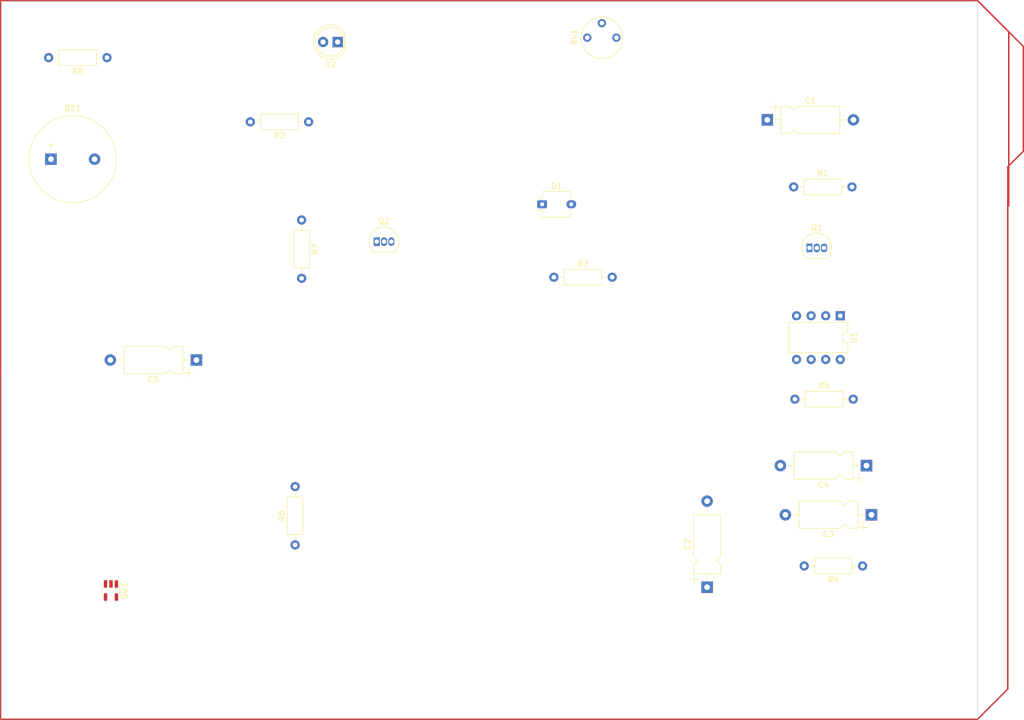
<source format=kicad_pcb>
(kicad_pcb (version 20211014) (generator pcbnew)
  (title_block (title "gammaray2usb") (date "2021-12-27") (rev "0.2x") (company "Fort Sand, Inc."))
  (layers (0 "F.Cu" signal) (31 "B.Cu" signal) (34 "B.Paste" user) (35 "F.Paste" user) (36 "B.SilkS" user "B.Silkscreen") (37 "F.SilkS" user "F.Silkscreen") (38 "B.Mask" user) (39 "F.Mask" user) (44 "Edge.Cuts" user))
  (net 0 "")
  (net 1 "Net-(BZ1-Pad1)")
  (net 2 "GND")
  (net 3 "Net-(C1-Pad1)")
  (net 4 "Net-(C2-Pad1)")
  (net 5 "+9V")
  (net 6 "Net-(C4-Pad1)")
  (net 7 "Net-(C5-Pad1)")
  (net 8 "Net-(D1-Pad2)")
  (net 9 "Net-(D2-Pad2)")
  (net 10 "Net-(Q1-Pad3)")
  (net 11 "Net-(Q2-Pad1)")
  (net 12 "Net-(R5-Pad1)")
  (net 13 "Net-(R6-Pad2)")
  (net 14 "Net-(R7-Pad1)")
  (net 15 "GNDREF")
  (footprint "Resistor_THT:R_Axial_DIN0207_L6.3mm_D2.5mm_P10.16mm_Horizontal" (layer "F.Cu") (at 123.51242 55.992221 180)
    (fp_text reference "R2" (at 5.08 -2.37) (layer "F.SilkS"))
    (fp_text value "1.5M")
    (fp_line (start 1.81 1.37) (end 8.35 1.37) (layer "F.SilkS") (width 0.12))
    (fp_line (start 1.04 0) (end 1.81 0) (layer "F.SilkS") (width 0.12))
    (fp_line (start 1.81 -1.37) (end 1.81 1.37) (layer "F.SilkS") (width 0.12))
    (fp_line (start 9.12 0) (end 8.35 0) (layer "F.SilkS") (width 0.12))
    (fp_line (start 8.35 1.37) (end 8.35 -1.37) (layer "F.SilkS") (width 0.12))
    (fp_line (start 8.35 -1.37) (end 1.81 -1.37) (layer "F.SilkS") (width 0.12))
    (pad "1" thru_hole circle locked (at 0 0 180) (size 1.6 1.6) (drill 0.8) (layers *.Cu *.Mask) (net 3 "Net-(C1-Pad1)"))
    (pad "2" thru_hole oval locked (at 10.16 0 180) (size 1.6 1.6) (drill 0.8) (layers *.Cu *.Mask) (net 11 "Net-(Q2-Pad1)"))
  )
  (footprint "Package_DIP:DIP-8_W7.62mm" (layer "F.Cu") (at 216.12822 89.794163 -90)
    (fp_text reference "U1" (at 3.81 -2.33 90) (layer "F.SilkS"))
    (fp_text value "LM358")
    (fp_line (start 2.81 -1.33) (end 1.16 -1.33) (layer "F.SilkS") (width 0.12))
    (fp_line (start 6.46 8.95) (end 6.46 -1.33) (layer "F.SilkS") (width 0.12))
    (fp_line (start 6.46 -1.33) (end 4.81 -1.33) (layer "F.SilkS") (width 0.12))
    (fp_line (start 1.16 8.95) (end 6.46 8.95) (layer "F.SilkS") (width 0.12))
    (fp_line (start 1.16 -1.33) (end 1.16 8.95) (layer "F.SilkS") (width 0.12))
    (fp_arc (start 4.81 -1.33) (mid 3.81 -0.33) (end 2.81 -1.33) (layer "F.SilkS") (width 0.12))
    (pad "1" thru_hole rect locked (at 0 0 270) (size 1.6 1.6) (drill 0.8) (layers *.Cu *.Mask) (net 13 "Net-(R6-Pad2)"))
    (pad "2" thru_hole oval locked (at 0 2.54 270) (size 1.6 1.6) (drill 0.8) (layers *.Cu *.Mask) (net 12 "Net-(R5-Pad1)"))
    (pad "3" thru_hole oval locked (at 0 5.08 270) (size 1.6 1.6) (drill 0.8) (layers *.Cu *.Mask) (net 10 "Net-(Q1-Pad3)"))
    (pad "4" thru_hole oval locked (at 0 7.62 270) (size 1.6 1.6) (drill 0.8) (layers *.Cu *.Mask))
    (pad "5" thru_hole oval locked (at 7.62 7.62 270) (size 1.6 1.6) (drill 0.8) (layers *.Cu *.Mask))
    (pad "6" thru_hole oval locked (at 7.62 5.08 270) (size 1.6 1.6) (drill 0.8) (layers *.Cu *.Mask))
    (pad "7" thru_hole oval locked (at 7.62 2.54 270) (size 1.6 1.6) (drill 0.8) (layers *.Cu *.Mask))
    (pad "8" thru_hole oval locked (at 7.62 0 270) (size 1.6 1.6) (drill 0.8) (layers *.Cu *.Mask))
  )
  (footprint "Capacitor_THT:CP_Axial_L10.0mm_D4.5mm_P15.00mm_Horizontal" (layer "F.Cu") (at 192.933041 137.114657 90)
    (fp_text reference "C2" (at 7.5 -3.37 90) (layer "F.SilkS"))
    (fp_text value "100 uF")
    (fp_line (start 2.38 2.37) (end 3.88 2.37) (layer "F.SilkS") (width 0.12))
    (fp_line (start 5.38 -2.37) (end 12.62 -2.37) (layer "F.SilkS") (width 0.12))
    (fp_line (start 1.24 0) (end 2.38 0) (layer "F.SilkS") (width 0.12))
    (fp_line (start 0.63 -2.2) (end 2.13 -2.2) (layer "F.SilkS") (width 0.12))
    (fp_line (start 1.38 -2.95) (end 1.38 -1.45) (layer "F.SilkS") (width 0.12))
    (fp_line (start 2.38 -2.37) (end 3.88 -2.37) (layer "F.SilkS") (width 0.12))
    (fp_line (start 4.63 1.62) (end 5.38 2.37) (layer "F.SilkS") (width 0.12))
    (fp_line (start 3.88 -2.37) (end 4.63 -1.62) (layer "F.SilkS") (width 0.12))
    (fp_line (start 4.63 -1.62) (end 5.38 -2.37) (layer "F.SilkS") (width 0.12))
    (fp_line (start 12.62 -2.37) (end 12.62 2.37) (layer "F.SilkS") (width 0.12))
    (fp_line (start 13.76 0) (end 12.62 0) (layer "F.SilkS") (width 0.12))
    (fp_line (start 2.38 -2.37) (end 2.38 2.37) (layer "F.SilkS") (width 0.12))
    (fp_line (start 3.88 2.37) (end 4.63 1.62) (layer "F.SilkS") (width 0.12))
    (fp_line (start 5.38 2.37) (end 12.62 2.37) (layer "F.SilkS") (width 0.12))
    (pad "1" thru_hole rect locked (at 0 0 90) (size 2 2) (drill 1) (layers *.Cu *.Mask) (net 4 "Net-(C2-Pad1)"))
    (pad "2" thru_hole oval locked (at 15 0 90) (size 2 2) (drill 1) (layers *.Cu *.Mask) (net 2 "GND"))
  )
  (footprint "Resistor_THT:R_Axial_DIN0207_L6.3mm_D2.5mm_P10.16mm_Horizontal" (layer "F.Cu") (at 208.224679 104.335214)
    (fp_text reference "R5" (at 5.08 -2.37) (layer "F.SilkS"))
    (fp_text value "1k")
    (fp_line (start 1.81 -1.37) (end 1.81 1.37) (layer "F.SilkS") (width 0.12))
    (fp_line (start 8.35 1.37) (end 8.35 -1.37) (layer "F.SilkS") (width 0.12))
    (fp_line (start 9.12 0) (end 8.35 0) (layer "F.SilkS") (width 0.12))
    (fp_line (start 1.81 1.37) (end 8.35 1.37) (layer "F.SilkS") (width 0.12))
    (fp_line (start 1.04 0) (end 1.81 0) (layer "F.SilkS") (width 0.12))
    (fp_line (start 8.35 -1.37) (end 1.81 -1.37) (layer "F.SilkS") (width 0.12))
    (pad "1" thru_hole circle locked (at 0 0) (size 1.6 1.6) (drill 0.8) (layers *.Cu *.Mask) (net 12 "Net-(R5-Pad1)"))
    (pad "2" thru_hole oval locked (at 10.16 0) (size 1.6 1.6) (drill 0.8) (layers *.Cu *.Mask) (net 6 "Net-(C4-Pad1)"))
  )
  (footprint "Package_TO_SOT_THT:TO-92_Inline" (layer "F.Cu") (at 210.764679 77.970816)
    (fp_text reference "Q1" (at 1.27 -3.56) (layer "F.SilkS"))
    (fp_text value "2N7000")
    (fp_line (start -0.53 1.85) (end 3.07 1.85) (layer "F.SilkS") (width 0.12))
    (fp_arc (start 1.27 -2.6) (mid 3.672087 -0.994977) (end 3.108478 1.838478) (layer "F.SilkS") (width 0.12))
    (fp_arc (start -0.568478 1.838478) (mid -1.132087 -0.994977) (end 1.27 -2.6) (layer "F.SilkS") (width 0.12))
    (pad "1" thru_hole rect locked (at 0 0) (size 1.05 1.5) (drill 0.75) (layers *.Cu *.Mask) (net 2 "GND"))
    (pad "2" thru_hole oval locked (at 1.27 0) (size 1.05 1.5) (drill 0.75) (layers *.Cu *.Mask) (net 8 "Net-(D1-Pad2)"))
    (pad "3" thru_hole oval locked (at 2.54 0) (size 1.05 1.5) (drill 0.75) (layers *.Cu *.Mask) (net 10 "Net-(Q1-Pad3)"))
  )
  (footprint "Resistor_THT:R_Axial_DIN0207_L6.3mm_D2.5mm_P10.16mm_Horizontal" (layer "F.Cu") (at 208.007688 67.338261)
    (fp_text reference "R1" (at 5.08 -2.37) (layer "F.SilkS"))
    (fp_text value "10M")
    (fp_line (start 1.81 -1.37) (end 1.81 1.37) (layer "F.SilkS") (width 0.12))
    (fp_line (start 8.35 -1.37) (end 1.81 -1.37) (layer "F.SilkS") (width 0.12))
    (fp_line (start 1.81 1.37) (end 8.35 1.37) (layer "F.SilkS") (width 0.12))
    (fp_line (start 1.04 0) (end 1.81 0) (layer "F.SilkS") (width 0.12))
    (fp_line (start 9.12 0) (end 8.35 0) (layer "F.SilkS") (width 0.12))
    (fp_line (start 8.35 1.37) (end 8.35 -1.37) (layer "F.SilkS") (width 0.12))
    (pad "1" thru_hole circle locked (at 0 0) (size 1.6 1.6) (drill 0.8) (layers *.Cu *.Mask) (net 8 "Net-(D1-Pad2)"))
    (pad "2" thru_hole oval locked (at 10.16 0) (size 1.6 1.6) (drill 0.8) (layers *.Cu *.Mask) (net 2 "GND"))
  )
  (footprint "Resistor_THT:R_Axial_DIN0207_L6.3mm_D2.5mm_P10.16mm_Horizontal" (layer "F.Cu") (at 220.012111 133.411998 180)
    (fp_text reference "R4" (at 5.08 -2.37) (layer "F.SilkS"))
    (fp_text value "150k")
    (fp_line (start 1.81 -1.37) (end 1.81 1.37) (layer "F.SilkS") (width 0.12))
    (fp_line (start 8.35 1.37) (end 8.35 -1.37) (layer "F.SilkS") (width 0.12))
    (fp_line (start 9.12 0) (end 8.35 0) (layer "F.SilkS") (width 0.12))
    (fp_line (start 1.04 0) (end 1.81 0) (layer "F.SilkS") (width 0.12))
    (fp_line (start 8.35 -1.37) (end 1.81 -1.37) (layer "F.SilkS") (width 0.12))
    (fp_line (start 1.81 1.37) (end 8.35 1.37) (layer "F.SilkS") (width 0.12))
    (pad "1" thru_hole circle locked (at 0 0 180) (size 1.6 1.6) (drill 0.8) (layers *.Cu *.Mask) (net 5 "+9V"))
    (pad "2" thru_hole oval locked (at 10.16 0 180) (size 1.6 1.6) (drill 0.8) (layers *.Cu *.Mask) (net 4 "Net-(C2-Pad1)"))
  )
  (footprint "Capacitor_THT:CP_Axial_L10.0mm_D4.5mm_P15.00mm_Horizontal" (layer "F.Cu") (at 103.968319 97.511358 180)
    (fp_text reference "C5" (at 7.5 -3.37) (layer "F.SilkS"))
    (fp_text value "0.01µF")
    (fp_line (start 12.62 -2.37) (end 12.62 2.37) (layer "F.SilkS") (width 0.12))
    (fp_line (start 1.38 -2.95) (end 1.38 -1.45) (layer "F.SilkS") (width 0.12))
    (fp_line (start 0.63 -2.2) (end 2.13 -2.2) (layer "F.SilkS") (width 0.12))
    (fp_line (start 5.38 2.37) (end 12.62 2.37) (layer "F.SilkS") (width 0.12))
    (fp_line (start 2.38 2.37) (end 3.88 2.37) (layer "F.SilkS") (width 0.12))
    (fp_line (start 2.38 -2.37) (end 2.38 2.37) (layer "F.SilkS") (width 0.12))
    (fp_line (start 4.63 -1.62) (end 5.38 -2.37) (layer "F.SilkS") (width 0.12))
    (fp_line (start 5.38 -2.37) (end 12.62 -2.37) (layer "F.SilkS") (width 0.12))
    (fp_line (start 4.63 1.62) (end 5.38 2.37) (layer "F.SilkS") (width 0.12))
    (fp_line (start 1.24 0) (end 2.38 0) (layer "F.SilkS") (width 0.12))
    (fp_line (start 13.76 0) (end 12.62 0) (layer "F.SilkS") (width 0.12))
    (fp_line (start 3.88 -2.37) (end 4.63 -1.62) (layer "F.SilkS") (width 0.12))
    (fp_line (start 2.38 -2.37) (end 3.88 -2.37) (layer "F.SilkS") (width 0.12))
    (fp_line (start 3.88 2.37) (end 4.63 1.62) (layer "F.SilkS") (width 0.12))
    (pad "1" thru_hole rect locked (at 0 0 180) (size 2 2) (drill 1) (layers *.Cu *.Mask) (net 7 "Net-(C5-Pad1)"))
    (pad "2" thru_hole oval locked (at 15 0 180) (size 2 2) (drill 1) (layers *.Cu *.Mask) (net 1 "Net-(BZ1-Pad1)"))
  )
  (footprint "Package_TO_SOT_SMD:SOT-23-5" (layer "F.Cu") (at 89.081455 137.690782 -90)
    (fp_text reference "SW1" (at 0 -2.4 90) (layer "F.SilkS"))
    (fp_text value "TS5A3166DBVR")
    (fp_line (start 0 1.56) (end -0.8 1.56) (layer "F.SilkS") (width 0.12))
    (fp_line (start 0 -1.56) (end -1.8 -1.56) (layer "F.SilkS") (width 0.12))
    (fp_line (start 0 -1.56) (end 0.8 -1.56) (layer "F.SilkS") (width 0.12))
    (fp_line (start 0 1.56) (end 0.8 1.56) (layer "F.SilkS") (width 0.12))
    (pad "1" smd roundrect locked (at -1.1375 -0.95 270) (size 1.325 0.6) (layers "F.Cu" "F.Paste" "F.Mask") (net 13 "Net-(R6-Pad2)"))
    (pad "2" smd roundrect locked (at -1.1375 0 270) (size 1.325 0.6) (layers "F.Cu" "F.Paste" "F.Mask") (net 1 "Net-(BZ1-Pad1)"))
    (pad "3" smd roundrect locked (at -1.1375 0.95 270) (size 1.325 0.6) (layers "F.Cu" "F.Paste" "F.Mask") (net 15 "GNDREF"))
    (pad "4" smd roundrect locked (at 1.1375 0.95 270) (size 1.325 0.6) (layers "F.Cu" "F.Paste" "F.Mask"))
    (pad "5" smd roundrect locked (at 1.1375 -0.95 270) (size 1.325 0.6) (layers "F.Cu" "F.Paste" "F.Mask") (net 7 "Net-(C5-Pad1)"))
  )
  (footprint "Potentiometer_THT:Potentiometer_Vishay_T7-YA_Single_Vertical" (layer "F.Cu") (at 177.13435 41.316739 90)
    (fp_text reference "RV1" (at 0.11 -7.29 90) (layer "F.SilkS"))
    (fp_text value "250kΩ")
    (fp_circle (center -0.041 -2.54) (end 3.579 -2.54) (layer "F.SilkS") (width 0.12) (fill none))
    (pad "1" thru_hole circle locked (at 0 0 90) (size 1.44 1.44) (drill 0.8) (layers *.Cu *.Mask) (net 5 "+9V"))
    (pad "2" thru_hole circle locked (at 2.54 -2.54 90) (size 1.44 1.44) (drill 0.8) (layers *.Cu *.Mask) (net 14 "Net-(R7-Pad1)"))
    (pad "3" thru_hole circle locked (at 0 -5.08 90) (size 1.44 1.44) (drill 0.8) (layers *.Cu *.Mask) (net 2 "GND"))
  )
  (footprint "Resistor_THT:R_Axial_DIN0207_L6.3mm_D2.5mm_P10.16mm_Horizontal" (layer "F.Cu") (at 166.241208 83.073781)
    (fp_text reference "R3" (at 5.08 -2.37) (layer "F.SilkS"))
    (fp_text value "56k")
    (fp_line (start 8.35 1.37) (end 8.35 -1.37) (layer "F.SilkS") (width 0.12))
    (fp_line (start 1.04 0) (end 1.81 0) (layer "F.SilkS") (width 0.12))
    (fp_line (start 9.12 0) (end 8.35 0) (layer "F.SilkS") (width 0.12))
    (fp_line (start 1.81 -1.37) (end 1.81 1.37) (layer "F.SilkS") (width 0.12))
    (fp_line (start 8.35 -1.37) (end 1.81 -1.37) (layer "F.SilkS") (width 0.12))
    (fp_line (start 1.81 1.37) (end 8.35 1.37) (layer "F.SilkS") (width 0.12))
    (pad "1" thru_hole circle locked (at 0 0) (size 1.6 1.6) (drill 0.8) (layers *.Cu *.Mask) (net 11 "Net-(Q2-Pad1)"))
    (pad "2" thru_hole oval locked (at 10.16 0) (size 1.6 1.6) (drill 0.8) (layers *.Cu *.Mask) (net 10 "Net-(Q1-Pad3)"))
  )
  (footprint "Capacitor_THT:CP_Axial_L10.0mm_D4.5mm_P15.00mm_Horizontal" (layer "F.Cu") (at 220.696183 115.918719 180)
    (fp_text reference "C4" (at 7.5 -3.37) (layer "F.SilkS"))
    (fp_text value "20nF")
    (fp_line (start 2.38 -2.37) (end 2.38 2.37) (layer "F.SilkS") (width 0.12))
    (fp_line (start 0.63 -2.2) (end 2.13 -2.2) (layer "F.SilkS") (width 0.12))
    (fp_line (start 3.88 -2.37) (end 4.63 -1.62) (layer "F.SilkS") (width 0.12))
    (fp_line (start 1.38 -2.95) (end 1.38 -1.45) (layer "F.SilkS") (width 0.12))
    (fp_line (start 2.38 -2.37) (end 3.88 -2.37) (layer "F.SilkS") (width 0.12))
    (fp_line (start 5.38 -2.37) (end 12.62 -2.37) (layer "F.SilkS") (width 0.12))
    (fp_line (start 3.88 2.37) (end 4.63 1.62) (layer "F.SilkS") (width 0.12))
    (fp_line (start 13.76 0) (end 12.62 0) (layer "F.SilkS") (width 0.12))
    (fp_line (start 2.38 2.37) (end 3.88 2.37) (layer "F.SilkS") (width 0.12))
    (fp_line (start 5.38 2.37) (end 12.62 2.37) (layer "F.SilkS") (width 0.12))
    (fp_line (start 1.24 0) (end 2.38 0) (layer "F.SilkS") (width 0.12))
    (fp_line (start 12.62 -2.37) (end 12.62 2.37) (layer "F.SilkS") (width 0.12))
    (fp_line (start 4.63 1.62) (end 5.38 2.37) (layer "F.SilkS") (width 0.12))
    (fp_line (start 4.63 -1.62) (end 5.38 -2.37) (layer "F.SilkS") (width 0.12))
    (pad "1" thru_hole rect locked (at 0 0 180) (size 2 2) (drill 1) (layers *.Cu *.Mask) (net 6 "Net-(C4-Pad1)"))
    (pad "2" thru_hole oval locked (at 15 0 180) (size 2 2) (drill 1) (layers *.Cu *.Mask) (net 2 "GND"))
  )
  (footprint "Resistor_THT:R_Axial_DIN0207_L6.3mm_D2.5mm_P10.16mm_Horizontal" (layer "F.Cu") (at 88.388971 44.796492 180)
    (fp_text reference "R8" (at 5.08 -2.37) (layer "F.SilkS"))
    (fp_text value "1k")
    (fp_line (start 8.35 1.37) (end 8.35 -1.37) (layer "F.SilkS") (width 0.12))
    (fp_line (start 1.81 -1.37) (end 1.81 1.37) (layer "F.SilkS") (width 0.12))
    (fp_line (start 8.35 -1.37) (end 1.81 -1.37) (layer "F.SilkS") (width 0.12))
    (fp_line (start 1.04 0) (end 1.81 0) (layer "F.SilkS") (width 0.12))
    (fp_line (start 1.81 1.37) (end 8.35 1.37) (layer "F.SilkS") (width 0.12))
    (fp_line (start 9.12 0) (end 8.35 0) (layer "F.SilkS") (width 0.12))
    (pad "1" thru_hole circle locked (at 0 0 180) (size 1.6 1.6) (drill 0.8) (layers *.Cu *.Mask) (net 9 "Net-(D2-Pad2)"))
    (pad "2" thru_hole oval locked (at 10.16 0 180) (size 1.6 1.6) (drill 0.8) (layers *.Cu *.Mask) (net 1 "Net-(BZ1-Pad1)"))
  )
  (footprint "OptoDevice:Osram_DIL2_4.3x4.65mm_P5.08mm" (layer "F.Cu") (at 164.187081 70.365116)
    (fp_text reference "D1" (at 2.54 -3.17) (layer "F.SilkS"))
    (fp_text value "BPW34")
    (fp_line (start 0.08 -2.26) (end 0.08 -0.96) (layer "F.SilkS") (width 0.12))
    (fp_line (start 4.95 1.06) (end 4.95 2.26) (layer "F.SilkS") (width 0.12))
    (fp_line (start 4.95 2.26) (end 0.08 2.26) (layer "F.SilkS") (width 0.12))
    (fp_line (start 4.95 -2.26) (end 4.95 -1.06) (layer "F.SilkS") (width 0.12))
    (fp_line (start 0.08 -2.26) (end 4.95 -2.26) (layer "F.SilkS") (width 0.12))
    (fp_line (start 0.08 0.96) (end 0.08 2.26) (layer "F.SilkS") (width 0.12))
    (fp_line (start 0.08 0.96) (end -0.84 0.96) (layer "F.SilkS") (width 0.12))
    (fp_line (start 0.08 -0.96) (end -0.84 -0.96) (layer "F.SilkS") (width 0.12))
    (pad "1" thru_hole roundrect locked (at 0 0) (size 1.7 1.4) (drill 0.7) (layers *.Cu *.Mask) (roundrect_rratio 0.178) (net 3 "Net-(C1-Pad1)"))
    (pad "2" thru_hole oval locked (at 5.08 0) (size 1.7 1.4) (drill 0.7) (layers *.Cu *.Mask) (net 8 "Net-(D1-Pad2)"))
  )
  (footprint "Buzzer_Beeper:Buzzer_15x7.5RM7.6" (layer "F.Cu") (at 78.624536 62.497847)
    (fp_text reference "BZ1" (at 3.81 -8.89) (layer "F.SilkS"))
    (fp_text value "Buzzer")
    (fp_text user "+" (at -0.01 -2.54) (layer "F.SilkS"))
    (fp_circle (center 3.8 0) (end 11.4 0) (layer "F.SilkS") (width 0.12) (fill none))
    (pad "1" thru_hole rect locked (at 0 0) (size 2 2) (drill 1) (layers *.Cu *.Mask) (net 1 "Net-(BZ1-Pad1)"))
    (pad "2" thru_hole circle locked (at 7.6 0) (size 2 2) (drill 1) (layers *.Cu *.Mask) (net 2 "GND"))
  )
  (footprint "Capacitor_THT:CP_Axial_L10.0mm_D4.5mm_P15.00mm_Horizontal" (layer "F.Cu") (at 203.417779 55.64626)
    (fp_text reference "C1" (at 7.5 -3.37) (layer "F.SilkS"))
    (fp_text value "0.1µF")
    (fp_line (start 3.88 2.37) (end 4.63 1.62) (layer "F.SilkS") (width 0.12))
    (fp_line (start 1.24 0) (end 2.38 0) (layer "F.SilkS") (width 0.12))
    (fp_line (start 3.88 -2.37) (end 4.63 -1.62) (layer "F.SilkS") (width 0.12))
    (fp_line (start 2.38 2.37) (end 3.88 2.37) (layer "F.SilkS") (width 0.12))
    (fp_line (start 1.38 -2.95) (end 1.38 -1.45) (layer "F.SilkS") (width 0.12))
    (fp_line (start 12.62 -2.37) (end 12.62 2.37) (layer "F.SilkS") (width 0.12))
    (fp_line (start 5.38 2.37) (end 12.62 2.37) (layer "F.SilkS") (width 0.12))
    (fp_line (start 4.63 -1.62) (end 5.38 -2.37) (layer "F.SilkS") (width 0.12))
    (fp_line (start 0.63 -2.2) (end 2.13 -2.2) (layer "F.SilkS") (width 0.12))
    (fp_line (start 2.38 -2.37) (end 2.38 2.37) (layer "F.SilkS") (width 0.12))
    (fp_line (start 5.38 -2.37) (end 12.62 -2.37) (layer "F.SilkS") (width 0.12))
    (fp_line (start 13.76 0) (end 12.62 0) (layer "F.SilkS") (width 0.12))
    (fp_line (start 4.63 1.62) (end 5.38 2.37) (layer "F.SilkS") (width 0.12))
    (fp_line (start 2.38 -2.37) (end 3.88 -2.37) (layer "F.SilkS") (width 0.12))
    (pad "1" thru_hole rect locked (at 0 0) (size 2 2) (drill 1) (layers *.Cu *.Mask) (net 3 "Net-(C1-Pad1)"))
    (pad "2" thru_hole oval locked (at 15 0) (size 2 2) (drill 1) (layers *.Cu *.Mask) (net 2 "GND"))
  )
  (footprint "Resistor_THT:R_Axial_DIN0207_L6.3mm_D2.5mm_P10.16mm_Horizontal" (layer "F.Cu") (at 121.160609 129.737604 90)
    (fp_text reference "R6" (at 5.08 -2.37 90) (layer "F.SilkS"))
    (fp_text value "1.5M")
    (fp_line (start 1.04 0) (end 1.81 0) (layer "F.SilkS") (width 0.12))
    (fp_line (start 8.35 1.37) (end 8.35 -1.37) (layer "F.SilkS") (width 0.12))
    (fp_line (start 1.81 -1.37) (end 1.81 1.37) (layer "F.SilkS") (width 0.12))
    (fp_line (start 8.35 -1.37) (end 1.81 -1.37) (layer "F.SilkS") (width 0.12))
    (fp_line (start 1.81 1.37) (end 8.35 1.37) (layer "F.SilkS") (width 0.12))
    (fp_line (start 9.12 0) (end 8.35 0) (layer "F.SilkS") (width 0.12))
    (pad "1" thru_hole circle locked (at 0 0 90) (size 1.6 1.6) (drill 0.8) (layers *.Cu *.Mask) (net 12 "Net-(R5-Pad1)"))
    (pad "2" thru_hole oval locked (at 10.16 0 90) (size 1.6 1.6) (drill 0.8) (layers *.Cu *.Mask) (net 13 "Net-(R6-Pad2)"))
  )
  (footprint "Package_TO_SOT_THT:TO-92_Inline" (layer "F.Cu") (at 135.377307 76.870742)
    (fp_text reference "Q2" (at 1.27 -3.56) (layer "F.SilkS"))
    (fp_text value "2N3904")
    (fp_line (start -0.53 1.85) (end 3.07 1.85) (layer "F.SilkS") (width 0.12))
    (fp_arc (start -0.568478 1.838478) (mid -1.132087 -0.994977) (end 1.27 -2.6) (layer "F.SilkS") (width 0.12))
    (fp_arc (start 1.27 -2.6) (mid 3.672087 -0.994977) (end 3.108478 1.838478) (layer "F.SilkS") (width 0.12))
    (pad "1" thru_hole rect locked (at 0 0) (size 1.05 1.5) (drill 0.75) (layers *.Cu *.Mask) (net 11 "Net-(Q2-Pad1)"))
    (pad "2" thru_hole oval locked (at 1.27 0) (size 1.05 1.5) (drill 0.75) (layers *.Cu *.Mask) (net 4 "Net-(C2-Pad1)"))
    (pad "3" thru_hole oval locked (at 2.54 0) (size 1.05 1.5) (drill 0.75) (layers *.Cu *.Mask) (net 5 "+9V"))
  )
  (footprint "Capacitor_THT:CP_Axial_L10.0mm_D4.5mm_P15.00mm_Horizontal" (layer "F.Cu") (at 221.564147 124.489861 180)
    (fp_text reference "C3" (at 7.5 -3.37) (layer "F.SilkS"))
    (fp_text value "0.1µF")
    (fp_line (start 12.62 -2.37) (end 12.62 2.37) (layer "F.SilkS") (width 0.12))
    (fp_line (start 13.76 0) (end 12.62 0) (layer "F.SilkS") (width 0.12))
    (fp_line (start 1.24 0) (end 2.38 0) (layer "F.SilkS") (width 0.12))
    (fp_line (start 4.63 1.62) (end 5.38 2.37) (layer "F.SilkS") (width 0.12))
    (fp_line (start 3.88 2.37) (end 4.63 1.62) (layer "F.SilkS") (width 0.12))
    (fp_line (start 2.38 -2.37) (end 2.38 2.37) (layer "F.SilkS") (width 0.12))
    (fp_line (start 3.88 -2.37) (end 4.63 -1.62) (layer "F.SilkS") (width 0.12))
    (fp_line (start 2.38 -2.37) (end 3.88 -2.37) (layer "F.SilkS") (width 0.12))
    (fp_line (start 5.38 -2.37) (end 12.62 -2.37) (layer "F.SilkS") (width 0.12))
    (fp_line (start 4.63 -1.62) (end 5.38 -2.37) (layer "F.SilkS") (width 0.12))
    (fp_line (start 5.38 2.37) (end 12.62 2.37) (layer "F.SilkS") (width 0.12))
    (fp_line (start 0.63 -2.2) (end 2.13 -2.2) (layer "F.SilkS") (width 0.12))
    (fp_line (start 2.38 2.37) (end 3.88 2.37) (layer "F.SilkS") (width 0.12))
    (fp_line (start 1.38 -2.95) (end 1.38 -1.45) (layer "F.SilkS") (width 0.12))
    (pad "1" thru_hole rect locked (at 0 0 180) (size 2 2) (drill 1) (layers *.Cu *.Mask) (net 5 "+9V"))
    (pad "2" thru_hole oval locked (at 15 0 180) (size 2 2) (drill 1) (layers *.Cu *.Mask) (net 2 "GND"))
  )
  (footprint "LED_THT:LED_D5.0mm" (layer "F.Cu") (at 128.569093 42.073207 180)
    (fp_text reference "D2" (at 1.27 -3.96) (layer "F.SilkS"))
    (fp_text value "LED")
    (fp_line (start -1.29 -1.545) (end -1.29 1.545) (layer "F.SilkS") (width 0.12))
    (fp_arc (start -1.29 -1.54483) (mid 2.072002 -2.880433) (end 4.26 0.000462) (layer "F.SilkS") (width 0.12))
    (fp_arc (start 4.26 -0.000462) (mid 2.072002 2.880433) (end -1.29 1.54483) (layer "F.SilkS") (width 0.12))
    (fp_circle (center 1.27 0) (end 3.77 0) (layer "F.SilkS") (width 0.12) (fill none))
    (pad "1" thru_hole rect locked (at 0 0 180) (size 1.8 1.8) (drill 0.9) (layers *.Cu *.Mask) (net 2 "GND"))
    (pad "2" thru_hole circle locked (at 2.54 0 180) (size 1.8 1.8) (drill 0.9) (layers *.Cu *.Mask) (net 9 "Net-(D2-Pad2)"))
  )
  (footprint "Resistor_THT:R_Axial_DIN0207_L6.3mm_D2.5mm_P10.16mm_Horizontal" (layer "F.Cu") (at 122.294113 73.106101 -90)
    (fp_text reference "R7" (at 5.08 -2.37 90) (layer "F.SilkS"))
    (fp_text value "1k")
    (fp_line (start 1.81 -1.37) (end 1.81 1.37) (layer "F.SilkS") (width 0.12))
    (fp_line (start 1.04 0) (end 1.81 0) (layer "F.SilkS") (width 0.12))
    (fp_line (start 1.81 1.37) (end 8.35 1.37) (layer "F.SilkS") (width 0.12))
    (fp_line (start 8.35 -1.37) (end 1.81 -1.37) (layer "F.SilkS") (width 0.12))
    (fp_line (start 8.35 1.37) (end 8.35 -1.37) (layer "F.SilkS") (width 0.12))
    (fp_line (start 9.12 0) (end 8.35 0) (layer "F.SilkS") (width 0.12))
    (pad "1" thru_hole circle locked (at 0 0 270) (size 1.6 1.6) (drill 0.8) (layers *.Cu *.Mask) (net 14 "Net-(R7-Pad1)"))
    (pad "2" thru_hole oval locked (at 10.16 0 270) (size 1.6 1.6) (drill 0.8) (layers *.Cu *.Mask) (net 7 "Net-(C5-Pad1)"))
  )
  (gr_line (start 240 160) (end 70 160) (layer "Edge.Cuts") (width 0.1))
  (gr_line (start 70 35) (end 240 35) (layer "Edge.Cuts") (width 0.1))
  (gr_line (start 240 35) (end 240 160) (layer "Edge.Cuts") (width 0.1))
  (gr_line (start 70 160) (end 70 35) (layer "Edge.Cuts") (width 0.1))
  (segment (start 245.482852 40.306048) (end 240.051784 34.87498) (width 0.25) (layer "F.Cu") (net 0))
  (segment (start 240.051784 34.87498) (end 122.294113 34.87498) (width 0.25) (layer "F.Cu") (net 0))
  (segment (start 248.021923 42.845119) (end 240.051784 34.87498) (width 0.25) (layer "F.Cu") (net 0))
  (segment (start 69.948216 34.87498) (end 69.87498 34.948216) (width 0.25) (layer "F.Cu") (net 0))
  (segment (start 245.482852 70.656441) (end 245.482852 40.306048) (width 0.25) (layer "F.Cu") (net 0))
  (segment (start 245.307743 63.827214) (end 248.021923 61.113034) (width 0.25) (layer "F.Cu") (net 0))
  (segment (start 69.87498 34.948216) (end 69.87498 160.051784) (width 0.25) (layer "F.Cu") (net 0))
  (segment (start 245.307743 154.869061) (end 245.307743 63.827214) (width 0.25) (layer "F.Cu") (net 0))
  (segment (start 69.87498 160.051784) (end 69.948216 160.12502) (width 0.25) (layer "F.Cu") (net 0))
  (segment (start 69.948216 160.12502) (end 240.051784 160.12502) (width 0.25) (layer "F.Cu") (net 0))
  (segment (start 240.051784 34.87498) (end 69.948216 34.87498) (width 0.25) (layer "F.Cu") (net 0))
  (segment (start 240.051784 160.12502) (end 245.307743 154.869061) (width 0.25) (layer "F.Cu") (net 0))
  (segment (start 69.948216 34.87498) (end 122.294113 34.87498) (width 0.25) (layer "F.Cu") (net 0))
  (segment (start 248.021923 61.113034) (end 248.021923 42.845119) (width 0.25) (layer "F.Cu") (net 0))
  (segment (start 69.87498 34.948216) (end 69.87498 99.286659) (width 0.25) (layer "F.Cu") (net 0))
)
</source>
